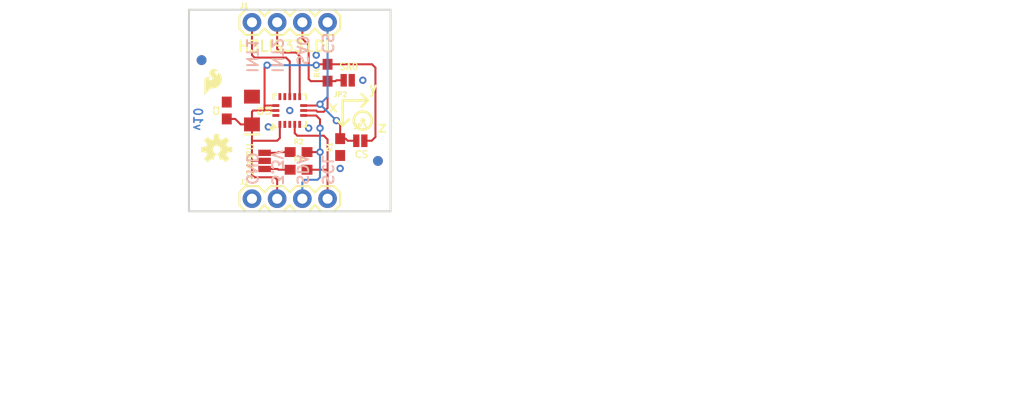
<source format=kicad_pcb>
(kicad_pcb (version 20211014) (generator pcbnew)
  (layers (0 "F.Cu" signal) (1 "In1.Cu" signal) (2 "In2.Cu" signal) (31 "B.Cu" signal) (34 "B.Paste" user) (35 "F.Paste" user) (36 "B.SilkS" user "B.Silkscreen") (37 "F.SilkS" user "F.Silkscreen") (38 "B.Mask" user) (39 "F.Mask" user) (44 "Edge.Cuts" user))
  (net 0 "")
  (net 1 "CS")
  (net 2 "INT1")
  (net 3 "INT2")
  (net 4 "SDA")
  (net 5 "SCL")
  (net 6 "GND")
  (net 7 "SA0")
  (net 8 "3.3V")
  (net 9 "N$1")
  (net 10 "N$2")
  (footprint "SparkFun_Tri_Axis_Accel_Breakout-H3LIS331DL:1X04" (layer "F.Cu") (at 144.6911 113.8936)
    (fp_text reference "J2" (at -1.27 -1.397) (layer "F.SilkS") (effects (font (size 0.48768 0.48768) (thickness 0.12192)) (justify left bottom)))
    (fp_text value "")
    (fp_line (start 0.635 -1.27) (end 1.27 -0.635) (layer "F.SilkS") (width 0.2032))
    (fp_line (start -1.27 -0.635) (end -1.27 0.635) (layer "F.SilkS") (width 0.2032))
    (fp_line (start 6.985 -1.27) (end 6.35 -0.635) (layer "F.SilkS") (width 0.2032))
    (fp_line (start 8.255 -1.27) (end 8.89 -0.635) (layer "F.SilkS") (width 0.2032))
    (fp_line (start 4.445 -1.27) (end 5.715 -1.27) (layer "F.SilkS") (width 0.2032))
    (fp_line (start 6.35 0.635) (end 5.715 1.27) (layer "F.SilkS") (width 0.2032))
    (fp_line (start 3.175 -1.27) (end 3.81 -0.635) (layer "F.SilkS") (width 0.2032))
    (fp_line (start -0.635 -1.27) (end -1.27 -0.635) (layer "F.SilkS") (width 0.2032))
    (fp_line (start 4.445 1.27) (end 3.81 0.635) (layer "F.SilkS") (width 0.2032))
    (fp_line (start 8.255 1.27) (end 6.985 1.27) (layer "F.SilkS") (width 0.2032))
    (fp_line (start 3.175 1.27) (end 1.905 1.27) (layer "F.SilkS") (width 0.2032))
    (fp_line (start 3.81 -0.635) (end 4.445 -1.27) (layer "F.SilkS") (width 0.2032))
    (fp_line (start 3.81 0.635) (end 3.175 1.27) (layer "F.SilkS") (width 0.2032))
    (fp_line (start -1.27 0.635) (end -0.635 1.27) (layer "F.SilkS") (width 0.2032))
    (fp_line (start 5.715 -1.27) (end 6.35 -0.635) (layer "F.SilkS") (width 0.2032))
    (fp_line (start 6.35 0.635) (end 6.985 1.27) (layer "F.SilkS") (width 0.2032))
    (fp_line (start 5.715 1.27) (end 4.445 1.27) (layer "F.SilkS") (width 0.2032))
    (fp_line (start 8.89 -0.635) (end 8.89 0.635) (layer "F.SilkS") (width 0.2032))
    (fp_line (start 0.635 1.27) (end -0.635 1.27) (layer "F.SilkS") (width 0.2032))
    (fp_line (start 1.27 -0.635) (end 1.905 -1.27) (layer "F.SilkS") (width 0.2032))
    (fp_line (start 1.27 0.635) (end 0.635 1.27) (layer "F.SilkS") (width 0.2032))
    (fp_line (start -0.635 -1.27) (end 0.635 -1.27) (layer "F.SilkS") (width 0.2032))
    (fp_line (start 1.905 -1.27) (end 3.175 -1.27) (layer "F.SilkS") (width 0.2032))
    (fp_line (start 6.985 -1.27) (end 8.255 -1.27) (layer "F.SilkS") (width 0.2032))
    (fp_line (start 8.89 0.635) (end 8.255 1.27) (layer "F.SilkS") (width 0.2032))
    (fp_line (start 1.905 1.27) (end 1.27 0.635) (layer "F.SilkS") (width 0.2032))
    (pad "1" thru_hole circle (at 0 0 90) (size 1.8796 1.8796) (drill 1.016) (layers *.Cu *.Mask) (net 6 "GND"))
    (pad "2" thru_hole circle (at 2.54 0 90) (size 1.8796 1.8796) (drill 1.016) (layers *.Cu *.Mask) (net 8 "3.3V"))
    (pad "3" thru_hole circle (at 5.08 0 90) (size 1.8796 1.8796) (drill 1.016) (layers *.Cu *.Mask) (net 4 "SDA"))
    (pad "4" thru_hole circle (at 7.62 0 90) (size 1.8796 1.8796) (drill 1.016) (layers *.Cu *.Mask) (net 5 "SCL"))
  )
  (footprint "SparkFun_Tri_Axis_Accel_Breakout-H3LIS331DL:SMT-JUMPER_2_NC_PASTE_NO-SILK" (layer "F.Cu") (at 155.6131 108.0516)
    (fp_text reference "JP3" (at 0 -1.143) (layer "F.SilkS") (effects (font (size 0.48768 0.48768) (thickness 0.12192)) (justify bottom)))
    (fp_text value "JUMPER-SMT_2_NC_PASTE_NO-SILK")
    (pad "1" smd rect (at -0.4064 0) (size 0.635 1.27) (layers "F.Cu" "F.Mask") (net 1 "CS"))
    (pad "2" smd rect (at 0.4064 0) (size 0.635 1.27) (layers "F.Cu" "F.Mask") (net 8 "3.3V"))
  )
  (footprint "SparkFun_Tri_Axis_Accel_Breakout-H3LIS331DL:0603" (layer "F.Cu") (at 152.3111 101.1936 90)
    (fp_text reference "R4" (at 0 -0.762 90) (layer "F.SilkS") (effects (font (size 0.48768 0.48768) (thickness 0.12192)) (justify bottom)))
    (fp_text value "10k")
    (pad "1" smd rect (at -0.85 0 90) (size 1.1 1) (layers "F.Cu" "F.Paste" "F.Mask") (net 7 "SA0"))
    (pad "2" smd rect (at 0.85 0 90) (size 1.1 1) (layers "F.Cu" "F.Paste" "F.Mask") (net 8 "3.3V"))
  )
  (footprint "SparkFun_Tri_Axis_Accel_Breakout-H3LIS331DL:FIDUCIAL-1X2" (layer "F.Cu") (at 157.3911 110.0836)
    (fp_text reference "JP6" hide)
    (fp_text value "FIDUCIAL1X2" hide)
    (pad "1" smd roundrect (at 0 0) (size 1 1) (layers "F.Cu" "F.Mask") (roundrect_rratio 0.5))
  )
  (footprint "SparkFun_Tri_Axis_Accel_Breakout-H3LIS331DL:SMT-JUMPER_3_2-NC_PASTE_NO-SILK" (layer "F.Cu") (at 145.9611 110.0836 90)
    (fp_text reference "JP1" (at 0 -1.143 90) (layer "F.SilkS") (effects (font (size 0.48768 0.48768) (thickness 0.12192)) (justify bottom)))
    (fp_text value "JUMPER-SMT_3_2-NC_PASTE_NO-SILK")
    (pad "1" smd rect (at -0.8128 0 90) (size 0.635 1.27) (layers "F.Cu" "F.Mask") (net 9 "N$1"))
    (pad "2" smd rect (at 0 0 90) (size 0.635 1.27) (layers "F.Cu" "F.Mask") (net 8 "3.3V"))
    (pad "3" smd rect (at 0.8128 0 90) (size 0.635 1.27) (layers "F.Cu" "F.Mask") (net 10 "N$2"))
  )
  (footprint "SparkFun_Tri_Axis_Accel_Breakout-H3LIS331DL:LGA-16-3X3" (layer "F.Cu") (at 148.5011 105.0036 90)
    (fp_text reference "U1" (at 0 -1.905 90) (layer "F.SilkS") (effects (font (size 0.48768 0.48768) (thickness 0.12192)) (justify bottom)))
    (fp_text value "H3LIS331DL")
    (fp_line (start 1.6242 1.3722) (end 1.6242 1.6524) (layer "F.SilkS") (width 0.2032))
    (fp_line (start 1.1162 1.6524) (end 1.6242 1.6524) (layer "F.SilkS") (width 0.2032))
    (fp_line (start 1.1162 -1.6496) (end 1.6242 -1.6496) (layer "F.SilkS") (width 0.2032))
    (fp_line (start 1.6242 -1.6496) (end 1.6242 -1.3694) (layer "F.SilkS") (width 0.2032))
    (fp_line (start -1.627 1.6524) (end -1.119 1.6524) (layer "F.SilkS") (width 0.2032))
    (fp_line (start -1.627 1.3722) (end -1.627 1.6524) (layer "F.SilkS") (width 0.2032))
    (fp_line (start -1.7278 -1.3694) (end -1.3722 -1.725) (layer "F.SilkS") (width 0.2032))
    (fp_circle (center -1.778 -1.778) (end -1.651 -1.778) (layer "F.SilkS") (width 0.254) (fill solid))
    (pad "1" smd rect (at -1.4 -1 270) (size 0.7 0.28) (layers "F.Cu" "F.Paste" "F.Mask") (net 8 "3.3V"))
    (pad "2" smd rect (at -1.4 -0.5 90) (size 0.7 0.28) (layers "F.Cu" "F.Paste" "F.Mask"))
    (pad "3" smd rect (at -1.4 0 90) (size 0.7 0.28) (layers "F.Cu" "F.Paste" "F.Mask"))
    (pad "4" smd rect (at -1.4 0.5 90) (size 0.7 0.28) (layers "F.Cu" "F.Paste" "F.Mask") (net 5 "SCL"))
    (pad "5" smd rect (at -1.4 1 270) (size 0.7 0.28) (layers "F.Cu" "F.Paste" "F.Mask") (net 6 "GND"))
    (pad "6" smd rect (at -0.5 1.4 180) (size 0.7 0.28) (layers "F.Cu" "F.Paste" "F.Mask") (net 4 "SDA"))
    (pad "7" smd rect (at 0 1.4 180) (size 0.7 0.28) (layers "F.Cu" "F.Paste" "F.Mask") (net 7 "SA0"))
    (pad "8" smd rect (at 0.5 1.4 180) (size 0.7 0.28) (layers "F.Cu" "F.Paste" "F.Mask") (net 1 "CS"))
    (pad "9" smd rect (at 1.4 1 270) (size 0.7 0.28) (layers "F.Cu" "F.Paste" "F.Mask") (net 3 "INT2"))
    (pad "10" smd rect (at 1.4 0.5 270) (size 0.7 0.28) (layers "F.Cu" "F.Paste" "F.Mask") (net 6 "GND"))
    (pad "11" smd rect (at 1.4 0 270) (size 0.7 0.28) (layers "F.Cu" "F.Paste" "F.Mask") (net 2 "INT1"))
    (pad "12" smd rect (at 1.4 -0.5 270) (size 0.7 0.28) (layers "F.Cu" "F.Paste" "F.Mask") (net 6 "GND"))
    (pad "13" smd rect (at 1.4 -1 270) (size 0.7 0.28) (layers "F.Cu" "F.Paste" "F.Mask") (net 6 "GND"))
    (pad "14" smd rect (at 0.5 -1.4) (size 0.7 0.28) (layers "F.Cu" "F.Paste" "F.Mask") (net 8 "3.3V"))
    (pad "15" smd rect (at 0 -1.4) (size 0.7 0.28) (layers "F.Cu" "F.Paste" "F.Mask") (net 8 "3.3V"))
    (pad "16" smd rect (at -0.5 -1.4) (size 0.7 0.28) (layers "F.Cu" "F.Paste" "F.Mask") (net 6 "GND"))
  )
  (footprint "SparkFun_Tri_Axis_Accel_Breakout-H3LIS331DL:STAND-OFF" (layer "F.Cu") (at 156.1211 97.3836)
    (fp_text reference "JP10" hide)
    (fp_text value "STAND-OFF" hide)
    (pad "" np_thru_hole circle (at 0 0) (size 3.302 3.302) (drill 3.302) (layers *.Cu *.Mask))
  )
  (footprint "SparkFun_Tri_Axis_Accel_Breakout-H3LIS331DL:1X04" (layer "F.Cu") (at 144.6911 96.1136)
    (fp_text reference "J1" (at -1.27 -1.397) (layer "F.SilkS") (effects (font (size 0.48768 0.48768) (thickness 0.12192)) (justify left bottom)))
    (fp_text value "")
    (fp_line (start 4.445 1.27) (end 3.81 0.635) (layer "F.SilkS") (width 0.2032))
    (fp_line (start 8.255 1.27) (end 6.985 1.27) (layer "F.SilkS") (width 0.2032))
    (fp_line (start 3.81 -0.635) (end 4.445 -1.27) (layer "F.SilkS") (width 0.2032))
    (fp_line (start 4.445 -1.27) (end 5.715 -1.27) (layer "F.SilkS") (width 0.2032))
    (fp_line (start 5.715 1.27) (end 4.445 1.27) (layer "F.SilkS") (width 0.2032))
    (fp_line (start 8.89 -0.635) (end 8.89 0.635) (layer "F.SilkS") (width 0.2032))
    (fp_line (start -1.27 0.635) (end -0.635 1.27) (layer "F.SilkS") (width 0.2032))
    (fp_line (start 6.35 0.635) (end 6.985 1.27) (layer "F.SilkS") (width 0.2032))
    (fp_line (start 1.27 -0.635) (end 1.905 -1.27) (layer "F.SilkS") (width 0.2032))
    (fp_line (start 0.635 1.27) (end -0.635 1.27) (layer "F.SilkS") (width 0.2032))
    (fp_line (start -0.635 -1.27) (end -1.27 -0.635) (layer "F.SilkS") (width 0.2032))
    (fp_line (start 8.255 -1.27) (end 8.89 -0.635) (layer "F.SilkS") (width 0.2032))
    (fp_line (start 3.81 0.635) (end 3.175 1.27) (layer "F.SilkS") (width 0.2032))
    (fp_line (start 8.89 0.635) (end 8.255 1.27) (layer "F.SilkS") (width 0.2032))
    (fp_line (start 6.35 0.635) (end 5.715 1.27) (layer "F.SilkS") (width 0.2032))
    (fp_line (start 6.985 -1.27) (end 6.35 -0.635) (layer "F.SilkS") (width 0.2032))
    (fp_line (start 1.905 1.27) (end 1.27 0.635) (layer "F.SilkS") (width 0.2032))
    (fp_line (start 3.175 1.27) (end 1.905 1.27) (layer "F.SilkS") (width 0.2032))
    (fp_line (start 1.905 -1.27) (end 3.175 -1.27) (layer "F.SilkS") (width 0.2032))
    (fp_line (start 3.175 -1.27) (end 3.81 -0.635) (layer "F.SilkS") (width 0.2032))
    (fp_line (start 1.27 0.635) (end 0.635 1.27) (layer "F.SilkS") (width 0.2032))
    (fp_line (start -0.635 -1.27) (end 0.635 -1.27) (layer "F.SilkS") (width 0.2032))
    (fp_line (start 0.635 -1.27) (end 1.27 -0.635) (layer "F.SilkS") (width 0.2032))
    (fp_line (start -1.27 -0.635) (end -1.27 0.635) (layer "F.SilkS") (width 0.2032))
    (fp_line (start 5.715 -1.27) (end 6.35 -0.635) (layer "F.SilkS") (width 0.2032))
    (fp_line (start 6.985 -1.27) (end 8.255 -1.27) (layer "F.SilkS") (width 0.2032))
    (pad "1" thru_hole circle (at 0 0 90) (size 1.8796 1.8796) (drill 1.016) (layers *.Cu *.Mask) (net 2 "INT1"))
    (pad "2" thru_hole circle (at 2.54 0 90) (size 1.8796 1.8796) (drill 1.016) (layers *.Cu *.Mask) (net 3 "INT2"))
    (pad "3" thru_hole circle (at 5.08 0 90) (size 1.8796 1.8796) (drill 1.016) (layers *.Cu *.Mask) (net 7 "SA0"))
    (pad "4" thru_hole circle (at 7.62 0 90) (size 1.8796 1.8796) (drill 1.016) (layers *.Cu *.Mask) (net 1 "CS"))
  )
  (footprint "SparkFun_Tri_Axis_Accel_Breakout-H3LIS331DL:SMT-JUMPER_2_NO_NO-SILK" (layer "F.Cu") (at 154.3431 101.9556 180)
    (fp_text reference "JP2" (at 0 -1.143 180) (layer "F.SilkS") (effects (font (size 0.48768 0.48768) (thickness 0.12192)) (justify right top)))
    (fp_text value "JUMPER-SMT_2_NO_NO-SILK")
    (pad "1" smd rect (at -0.4064 0 180) (size 0.635 1.27) (layers "F.Cu" "F.Mask") (net 6 "GND"))
    (pad "2" smd rect (at 0.4064 0 180) (size 0.635 1.27) (layers "F.Cu" "F.Mask") (net 7 "SA0"))
  )
  (footprint "SparkFun_Tri_Axis_Accel_Breakout-H3LIS331DL:0603" (layer "F.Cu") (at 142.1511 105.0036 90)
    (fp_text reference "C2" (at 0 -0.762 90) (layer "F.SilkS") (effects (font (size 0.48768 0.48768) (thickness 0.12192)) (justify bottom)))
    (fp_text value "0.1uF")
    (pad "1" smd rect (at -0.85 0 90) (size 1.1 1) (layers "F.Cu" "F.Paste" "F.Mask") (net 8 "3.3V"))
    (pad "2" smd rect (at 0.85 0 90) (size 1.1 1) (layers "F.Cu" "F.Paste" "F.Mask") (net 6 "GND"))
  )
  (footprint "SparkFun_Tri_Axis_Accel_Breakout-H3LIS331DL:STAND-OFF" (layer "F.Cu") (at 140.8811 112.6236)
    (fp_text reference "JP9" hide)
    (fp_text value "STAND-OFF" hide)
    (pad "" np_thru_hole circle (at 0 0) (size 3.302 3.302) (drill 3.302) (layers *.Cu *.Mask))
  )
  (footprint "SparkFun_Tri_Axis_Accel_Breakout-H3LIS331DL:EIA3216" (layer "F.Cu") (at 144.6911 105.0036 -90)
    (fp_text reference "C1" (at 0 -1.143 -90) (layer "F.SilkS") (effects (font (size 0.48768 0.48768) (thickness 0.12192)) (justify bottom)))
    (fp_text value "10uF")
    (fp_line (start 2.413 -0.762) (end 2.413 0.762) (layer "F.SilkS") (width 0.2032))
    (pad "+" smd rect (at 1.4 0) (size 1.6 1.4) (layers "F.Cu" "F.Paste" "F.Mask") (net 8 "3.3V"))
    (pad "-" smd rect (at -1.4 0) (size 1.6 1.4) (layers "F.Cu" "F.Paste" "F.Mask") (net 6 "GND"))
  )
  (footprint "SparkFun_Tri_Axis_Accel_Breakout-H3LIS331DL:0603" (layer "F.Cu") (at 153.5811 108.6866 90)
    (fp_text reference "R1" (at 0 -0.762 90) (layer "F.SilkS") (effects (font (size 0.48768 0.48768) (thickness 0.12192)) (justify bottom)))
    (fp_text value "10k")
    (pad "1" smd rect (at -0.85 0 90) (size 1.1 1) (layers "F.Cu" "F.Paste" "F.Mask") (net 6 "GND"))
    (pad "2" smd rect (at 0.85 0 90) (size 1.1 1) (layers "F.Cu" "F.Paste" "F.Mask") (net 1 "CS"))
  )
  (footprint "SparkFun_Tri_Axis_Accel_Breakout-H3LIS331DL:FIDUCIAL-1X2" (layer "F.Cu") (at 139.6111 99.9236)
    (fp_text reference "JP4" hide)
    (fp_text value "FIDUCIAL1X2" hide)
    (pad "1" smd roundrect (at 0 0) (size 1 1) (layers "F.Cu" "F.Mask") (roundrect_rratio 0.5))
  )
  (footprint "SparkFun_Tri_Axis_Accel_Breakout-H3LIS331DL:OSHW-LOGO-S" (layer "F.Cu") (at 141.1351 108.9406)
    (fp_text reference "LOGO2" hide)
    (fp_text value "OSHW-LOGOS" hide)
    (fp_poly (pts (xy 0.301647 -1.061351) (xy 0.42347 -1.022344) (xy 0.537177 -0.963769) (xy 0.92862 -1.282946) (xy 1.282946 -0.92862) (xy 0.961035 -0.533823) (xy 1.057046 -0.302084) (xy 1.5638 -0.250561) (xy 1.5638 0.250561) (xy 1.057046 0.302084) (xy 0.961035 0.533823) (xy 1.282946 0.92862) (xy 0.92862 1.282946) (xy 0.537177 0.96377) (xy 0.356601 1.056794) (xy 0.088679 0.410073) (xy 0.326262 0.2176) (xy 0.373649 0.121468) (xy 0.392729 0.010339) (xy 0.379464 -0.101634) (xy 0.334947 -0.205229) (xy 0.262842 -0.291918) (xy 0.169087 -0.354561) (xy 0.061406 -0.387999) (xy -0.051342 -0.38948) (xy -0.159868 -0.358881) (xy -0.255234 -0.298724) (xy -0.329589 -0.213962) (xy -0.376813 -0.111569) (xy -0.392176 -0.005767) (xy -0.322923 0.222565) (xy -0.249312 0.303773) (xy 0.091677 0.5081) (xy -0.12929 0.5081) (xy -0.355332 1.053732) (xy -0.506597 0.983577) (xy -0.538922 0.965192) (xy -0.92862 1.282946) (xy -1.282946 0.92862) (xy -0.961035 0.533823) (xy -1.057046 0.302084) (xy -1.5638 0.250561) (xy -1.5638 -0.250561) (xy -1.057046 -0.302084) (xy -0.961035 -0.533823) (xy -1.282946 -0.92862) (xy -0.92862 -1.282946) (xy -0.533823 -0.961035) (xy -0.302084 -1.057046) (xy -0.250561 -1.5638) (xy 0.250561 -1.5638)) (layer "F.SilkS") (width 0) (fill solid))
  )
  (footprint "SparkFun_Tri_Axis_Accel_Breakout-H3LIS331DL:0603" (layer "F.Cu") (at 149.3901 110.9726)
    (fp_text reference "R3" (at 0 -0.762) (layer "F.SilkS") (effects (font (size 0.48768 0.48768) (thickness 0.12192)) (justify bottom)))
    (fp_text value "4.7k")
    (pad "1" smd rect (at -0.85 0) (size 1.1 1) (layers "F.Cu" "F.Paste" "F.Mask") (net 9 "N$1"))
    (pad "2" smd rect (at 0.85 0) (size 1.1 1) (layers "F.Cu" "F.Paste" "F.Mask") (net 5 "SCL"))
  )
  (footprint "SparkFun_Tri_Axis_Accel_Breakout-H3LIS331DL:CREATIVE_COMMONS" (layer "F.Cu") (at 139.6111 134.2136)
    (fp_text reference "FRAME1" hide)
    (fp_text value "FRAME-LETTER" hide)
  )
  (footprint "SparkFun_Tri_Axis_Accel_Breakout-H3LIS331DL:STAND-OFF" (layer "F.Cu") (at 156.1211 112.6236)
    (fp_text reference "JP8" hide)
    (fp_text value "STAND-OFF" hide)
    (pad "" np_thru_hole circle (at 0 0) (size 3.302 3.302) (drill 3.302) (layers *.Cu *.Mask))
  )
  (footprint "SparkFun_Tri_Axis_Accel_Breakout-H3LIS331DL:STAND-OFF" (layer "F.Cu") (at 140.8811 97.3836)
    (fp_text reference "JP11" hide)
    (fp_text value "STAND-OFF" hide)
    (pad "" np_thru_hole circle (at 0 0) (size 3.302 3.302) (drill 3.302) (layers *.Cu *.Mask))
  )
  (footprint "SparkFun_Tri_Axis_Accel_Breakout-H3LIS331DL:0603" (layer "F.Cu") (at 149.3901 109.1946)
    (fp_text reference "R2" (at 0 -0.762) (layer "F.SilkS") (effects (font (size 0.48768 0.48768) (thickness 0.12192)) (justify bottom)))
    (fp_text value "4.7k")
    (pad "1" smd rect (at -0.85 0) (size 1.1 1) (layers "F.Cu" "F.Paste" "F.Mask") (net 10 "N$2"))
    (pad "2" smd rect (at 0.85 0) (size 1.1 1) (layers "F.Cu" "F.Paste" "F.Mask") (net 4 "SDA"))
  )
  (footprint "SparkFun_Tri_Axis_Accel_Breakout-H3LIS331DL:SFE_LOGO_FLAME_.1" (layer "F.Cu") (at 139.6111 103.7336)
    (fp_text reference "LOGO1" hide)
    (fp_text value "SFE_LOGO_FLAME.1_INCH" hide)
    (fp_poly (pts (xy 1.412844 -2.906175) (xy 1.560112 -2.832541) (xy 1.605026 -2.798855) (xy 1.681982 -2.7219) (xy 1.571006 -2.7219) (xy 1.551005 -2.7319) (xy 1.504689 -2.7319) (xy 1.468361 -2.722818) (xy 1.422477 -2.713641) (xy 1.39011 -2.697457) (xy 1.358081 -2.673436) (xy 1.343019 -2.650843) (xy 1.335288 -2.635381) (xy 1.3281 -2.613817) (xy 1.3281 -2.564689) (xy 1.335361 -2.535643) (xy 1.369607 -2.484275) (xy 1.425028 -2.428854) (xy 1.462016 -2.401113) (xy 1.489157 -2.383019) (xy 1.523301 -2.365947) (xy 1.594689 -2.3481) (xy 1.613817 -2.3481) (xy 1.629419 -2.353301) (xy 1.648687 -2.372569) (xy 1.654712 -2.384619) (xy 1.6619 -2.406183) (xy 1.6619 -2.558742) (xy 1.804838 -2.469406) (xy 1.890505 -2.373031) (xy 1.964662 -2.256498) (xy 2.016968 -2.099579) (xy 2.048309 -1.932428) (xy 2.037811 -1.753974) (xy 1.985628 -1.555678) (xy 1.881878 -1.368928) (xy 1.808618 -1.274737) (xy 1.726044 -1.192162) (xy 1.642524 -1.119083) (xy 1.536984 -1.055759) (xy 1.432127 -1.013816) (xy 1.318165 -0.982735) (xy 1.193153 -0.9619) (xy 1.003156 -0.9619) (xy 0.953397 -0.953607) (xy 0.863627 -0.899745) (xy 0.767974 -0.804092) (xy 0.647975 -0.664094) (xy 0.528159 -0.544277) (xy 0.478163 -0.484281) (xy 0.430255 -0.436373) (xy 0.400257 -0.386376) (xy 0.2819 -0.268018) (xy 0.2819 -1.732372) (xy 0.292559 -1.817641) (xy 0.314746 -1.895296) (xy 0.380852 -2.005474) (xy 0.436664 -2.050123) (xy 0.481171 -2.083503) (xy 0.539098 -2.106674) (xy 0.59313 -2.117481) (xy 0.656847 -2.1281) (xy 0.788994 -2.1281) (xy 0.884319 -2.080438) (xy 0.832569 -2.028687) (xy 0.784617 -2.004711) (xy 0.760581 -1.996699) (xy 0.713301 -1.949419) (xy 0.7081 -1.933817) (xy 0.7081 -1.906183) (xy 0.714532 -1.886888) (xy 0.729607 -1.864275) (xy 0.781412 -1.81247) (xy 0.820903 -1.796674) (xy 0.863772 -1.7881) (xy 0.935311 -1.7881) (xy 1.004357 -1.805361) (xy 1.053944 -1.83842) (xy 1.086004 -1.878495) (xy 1.1019 -1.926183) (xy 1.1019 -1.983091) (xy 1.077224 -2.048894) (xy 1.012268 -2.113851) (xy 0.931425 -2.204799) (xy 0.858661 -2.287958) (xy 0.804008 -2.386334) (xy 0.7819 -2.485818) (xy 0.7819 -2.576183) (xy 0.815289 -2.676349) (xy 0.871274 -2.765925) (xy 0.969046 -2.84197) (xy 1.087145 -2.906387) (xy 1.206565 -2.9281) (xy 1.314182 -2.9281)) (layer "F.SilkS") (width 0) (fill solid))
  )
  (footprint "SparkFun_Tri_Axis_Accel_Breakout-H3LIS331DL:FIDUCIAL-1X2" (layer "B.Cu") (at 157.3911 110.0836 180)
    (fp_text reference "JP7" hide)
    (fp_text value "FIDUCIAL1X2" hide)
    (pad "1" smd roundrect (at 0 0 180) (size 1 1) (layers "B.Cu" "B.Mask") (roundrect_rratio 0.5))
  )
  (footprint "SparkFun_Tri_Axis_Accel_Breakout-H3LIS331DL:FIDUCIAL-1X2" (layer "B.Cu") (at 139.6111 99.9236 180)
    (fp_text reference "JP5" hide)
    (fp_text value "FIDUCIAL1X2" hide)
    (pad "1" smd roundrect (at 0 0 180) (size 1 1) (layers "B.Cu" "B.Mask") (roundrect_rratio 0.5))
  )
  (gr_line (start 156.3751 103.9876) (end 155.7401 103.3526) (layer "F.SilkS") (width 0.254))
  (gr_line (start 158.6611 115.1636) (end 158.6611 94.8436) (layer "F.SilkS") (width 0.2032))
  (gr_circle (center 155.8671 106.0196) (end 155.9941 106.0196) (layer "F.SilkS") (width 0.254) (fill none))
  (gr_line (start 155.7401 104.6226) (end 156.3751 103.9876) (layer "F.SilkS") (width 0.254))
  (gr_line (start 153.8351 103.9876) (end 153.8351 106.5276) (layer "F.SilkS") (width 0.254))
  (gr_circle (center 155.8671 106.0196) (end 156.7829 106.0196) (layer "F.SilkS") (width 0.254) (fill none))
  (gr_line (start 153.2001 105.8926) (end 153.8351 106.5276) (layer "F.SilkS") (width 0.254))
  (gr_line (start 153.8351 103.9876) (end 156.3751 103.9876) (layer "F.SilkS") (width 0.254))
  (gr_line (start 153.8351 106.5276) (end 154.4701 105.8926) (layer "F.SilkS") (width 0.254))
  (gr_line (start 158.6611 94.8436) (end 138.3411 94.8436) (layer "Edge.Cuts") (width 0.2032))
  (gr_line (start 138.3411 94.8436) (end 138.3411 115.1636) (layer "Edge.Cuts") (width 0.2032))
  (gr_line (start 138.3411 115.1636) (end 158.6611 115.1636) (layer "Edge.Cuts") (width 0.2032))
  (gr_line (start 158.6611 94.8436) (end 158.6611 115.1636) (layer "Edge.Cuts") (width 0.2032))
  (gr_text "v10" (at 139.7381 104.6226 -90) (layer "B.Cu") (effects (font (size 0.8636 0.8636) (thickness 0.1524)) (justify right top mirror)))
  (gr_text "SA0" (at 149.1361 100.5586 -90) (layer "B.SilkS") (effects (font (size 1.0795 1.0795) (thickness 0.1905)) (justify left bottom mirror)))
  (gr_text "INT2" (at 146.5961 101.3206 -90) (layer "B.SilkS") (effects (font (size 1.0795 1.0795) (thickness 0.1905)) (justify left bottom mirror)))
  (gr_text "CS" (at 151.6761 99.4156 -90) (layer "B.SilkS") (effects (font (size 1.0795 1.0795) (thickness 0.1905)) (justify left bottom mirror)))
  (gr_text "3.3V" (at 146.5961 112.6236 -90) (layer "B.SilkS") (effects (font (size 1.0795 1.0795) (thickness 0.1905)) (justify left bottom mirror)))
  (gr_text "SCL" (at 151.6761 112.6236 -90) (layer "B.SilkS") (effects (font (size 1.0795 1.0795) (thickness 0.1905)) (justify left bottom mirror)))
  (gr_text "SDA" (at 149.1361 112.6236 -90) (layer "B.SilkS") (effects (font (size 1.0795 1.0795) (thickness 0.1905)) (justify left bottom mirror)))
  (gr_text "INT1" (at 144.0561 101.3206 -90) (layer "B.SilkS") (effects (font (size 1.0795 1.0795) (thickness 0.1905)) (justify left bottom mirror)))
  (gr_text "GND" (at 144.0561 112.6236 -90) (layer "B.SilkS") (effects (font (size 1.0795 1.0795) (thickness 0.1905)) (justify left bottom mirror)))
  (gr_text "H3LIS331DL" (at 143.1671 99.1616) (layer "F.SilkS") (effects (font (size 1.0795 1.0795) (thickness 0.1905)) (justify left bottom)))
  (gr_text "SA0" (at 155.4861 100.1776) (layer "F.SilkS") (effects (font (size 0.69088 0.69088) (thickness 0.12192)) (justify right top)))
  (gr_text "CS" (at 154.9781 109.8296) (layer "F.SilkS") (effects (font (size 0.69088 0.69088) (thickness 0.12192)) (justify left bottom)))
  (gr_text "I2C PU" (at 144.9451 111.9886 90) (layer "F.SilkS") (effects (font (size 0.69088 0.69088) (thickness 0.12192)) (justify left bottom)))
  (gr_text "x" (at 152.3111 105.2576) (layer "F.SilkS") (effects (font (size 1.0795 1.0795) (thickness 0.1905)) (justify left bottom)))
  (gr_text "y" (at 156.3751 103.3526) (layer "F.SilkS") (effects (font (size 1.0795 1.0795) (thickness 0.1905)) (justify left bottom)))
  (gr_text "z" (at 157.2641 107.2896) (layer "F.SilkS") (effects (font (size 1.0795 1.0795) (thickness 0.1905)) (justify left bottom)))
  (segment (start 153.5811 107.8366) (end 154.1281 107.8366) (width 0.2032) (layer "F.Cu") (net 1))
  (segment (start 155.2067 108.0516) (end 154.3431 108.0516) (width 0.2032) (layer "F.Cu") (net 1))
  (segment (start 149.9011 104.5036) (end 151.4141 104.5036) (width 0.2032) (layer "F.Cu") (net 1))
  (segment (start 151.4141 104.5036) (end 151.5491 104.3686) (width 0.2032) (layer "F.Cu") (net 1))
  (segment (start 154.1281 107.8366) (end 154.3431 108.0516) (width 0.2032) (layer "F.Cu") (net 1))
  (segment (start 153.5811 107.8366) (end 153.5811 106.4006) (width 0.2032) (layer "F.Cu") (net 1))
  (segment (start 153.5811 106.4006) (end 153.2001 106.0196) (width 0.2032) (layer "F.Cu") (net 1))
  (via (at 153.2001 106.0196) (size 0.7366) (drill 0.381) (layers "F.Cu" "B.Cu") (net 1))
  (via (at 151.5491 104.3686) (size 0.7366) (drill 0.381) (layers "F.Cu" "B.Cu") (net 1))
  (segment (start 153.2001 106.0196) (end 151.5491 104.3686) (width 0.2032) (layer "B.Cu") (net 1))
  (segment (start 151.5491 104.3686) (end 152.3111 103.6066) (width 0.2032) (layer "B.Cu") (net 1))
  (segment (start 152.3111 103.6066) (end 152.3111 96.1136) (width 0.2032) (layer "B.Cu") (net 1))
  (segment (start 144.6911 99.4156) (end 144.6911 96.1136) (width 0.2032) (layer "F.Cu") (net 2))
  (segment (start 148.1201 99.6696) (end 144.9451 99.6696) (width 0.2032) (layer "F.Cu") (net 2))
  (segment (start 148.5011 100.0506) (end 148.1201 99.6696) (width 0.2032) (layer "F.Cu") (net 2))
  (segment (start 148.5011 103.6036) (end 148.5011 100.0506) (width 0.2032) (layer "F.Cu") (net 2))
  (segment (start 144.9451 99.6696) (end 144.6911 99.4156) (width 0.2032) (layer "F.Cu") (net 2))
  (segment (start 147.6121 99.1616) (end 147.2311 98.7806) (width 0.2032) (layer "F.Cu") (net 3))
  (segment (start 149.1361 99.1616) (end 147.6121 99.1616) (width 0.2032) (layer "F.Cu") (net 3))
  (segment (start 149.5011 103.6036) (end 149.5011 99.5266) (width 0.2032) (layer "F.Cu") (net 3))
  (segment (start 149.5011 99.5266) (end 149.1361 99.1616) (width 0.2032) (layer "F.Cu") (net 3))
  (segment (start 147.2311 98.7806) (end 147.2311 96.1136) (width 0.2032) (layer "F.Cu") (net 3))
  (segment (start 149.9091 105.5116) (end 149.9011 105.5036) (width 0.2032) (layer "F.Cu") (net 4))
  (segment (start 151.5491 109.1946) (end 150.2401 109.1946) (width 0.2032) (layer "F.Cu") (net 4))
  (segment (start 151.1681 105.5116) (end 149.9091 105.5116) (width 0.2032) (layer "F.Cu") (net 4))
  (segment (start 151.5491 106.7816) (end 151.5491 105.8926) (width 0.2032) (layer "F.Cu") (net 4))
  (segment (start 151.5491 105.8926) (end 151.1681 105.5116) (width 0.2032) (layer "F.Cu") (net 4))
  (via (at 151.5491 106.7816) (size 0.7366) (drill 0.381) (layers "F.Cu" "B.Cu") (net 4))
  (via (at 151.5491 109.1946) (size 0.7366) (drill 0.381) (layers "F.Cu" "B.Cu") (net 4))
  (segment (start 149.7711 113.8936) (end 149.7711 112.2426) (width 0.2032) (layer "B.Cu") (net 4))
  (segment (start 151.5491 109.1946) (end 151.5491 106.7816) (width 0.2032) (layer "B.Cu") (net 4))
  (segment (start 151.2951 111.9886) (end 151.5491 111.7346) (width 0.2032) (layer "B.Cu") (net 4))
  (segment (start 150.0251 111.9886) (end 151.2951 111.9886) (width 0.2032) (layer "B.Cu") (net 4))
  (segment (start 149.7711 112.2426) (end 150.0251 111.9886) (width 0.2032) (layer "B.Cu") (net 4))
  (segment (start 151.5491 111.7346) (end 151.5491 109.1946) (width 0.2032) (layer "B.Cu") (net 4))
  (segment (start 152.3111 110.9726) (end 152.3111 107.9246) (width 0.2032) (layer "F.Cu") (net 5))
  (segment (start 149.0011 106.4036) (end 149.0011 107.2816) (width 0.2032) (layer "F.Cu") (net 5))
  (segment (start 151.9301 107.5436) (end 149.2631 107.5436) (width 0.2032) (layer "F.Cu") (net 5))
  (segment (start 150.2401 110.9726) (end 152.3111 110.9726) (width 0.2032) (layer "F.Cu") (net 5))
  (segment (start 149.2631 107.5436) (end 149.0011 107.2816) (width 0.2032) (layer "F.Cu") (net 5))
  (segment (start 152.3111 113.8936) (end 152.3111 110.9726) (width 0.2032) (layer "F.Cu") (net 5))
  (segment (start 152.3111 107.9246) (end 151.9301 107.5436) (width 0.2032) (layer "F.Cu") (net 5))
  (via (at 153.5811 110.8456) (size 0.7366) (drill 0.381) (layers "F.Cu" "B.Cu") (net 6))
  (via (at 155.8671 101.9556) (size 0.7366) (drill 0.381) (layers "F.Cu" "B.Cu") (net 6))
  (via (at 146.3421 106.6546) (size 0.7366) (drill 0.381) (layers "F.Cu" "B.Cu") (net 6))
  (via (at 148.5011 105.0036) (size 0.7366) (drill 0.381) (layers "F.Cu" "B.Cu") (net 6))
  (via (at 151.1681 99.4156) (size 0.7366) (drill 0.381) (layers "F.Cu" "B.Cu") (net 6))
  (via (at 150.4061 106.7816) (size 0.7366) (drill 0.381) (layers "F.Cu" "B.Cu") (net 6))
  (segment (start 150.4061 101.8286) (end 150.4061 98.3996) (width 0.2032) (layer "F.Cu") (net 7))
  (segment (start 151.9301 105.1306) (end 152.3111 104.7496) (width 0.2032) (layer "F.Cu") (net 7))
  (segment (start 152.3111 102.0436) (end 153.1121 102.0436) (width 0.2032) (layer "F.Cu") (net 7))
  (segment (start 153.1121 102.0436) (end 153.2001 101.9556) (width 0.2032) (layer "F.Cu") (net 7))
  (segment (start 149.7711 97.7646) (end 149.7711 96.1136) (width 0.2032) (layer "F.Cu") (net 7))
  (segment (start 152.3111 102.0436) (end 150.6211 102.0436) (width 0.2032) (layer "F.Cu") (net 7))
  (segment (start 152.3111 104.7496) (end 152.3111 102.0436) (width 0.2032) (layer "F.Cu") (net 7))
  (segment (start 153.2001 101.9556) (end 153.9367 101.9556) (width 0.2032) (layer "F.Cu") (net 7))
  (segment (start 150.6211 102.0436) (end 150.4061 101.8286) (width 0.2032) (layer "F.Cu") (net 7))
  (segment (start 150.4061 98.3996) (end 149.7711 97.7646) (width 0.2032) (layer "F.Cu") (net 7))
  (segment (start 149.9011 105.0036) (end 151.1681 105.0036) (width 0.2032) (layer "F.Cu") (net 7))
  (segment (start 151.1681 105.0036) (end 151.2951 105.1306) (width 0.2032) (layer "F.Cu") (net 7))
  (segment (start 151.2951 105.1306) (end 151.9301 105.1306) (width 0.2032) (layer "F.Cu") (net 7))
  (segment (start 143.0011 105.8536) (end 143.5511 106.4036) (width 0.2032) (layer "F.Cu") (net 8))
  (segment (start 147.5011 106.4036) (end 147.5011 107.7816) (width 0.2032) (layer "F.Cu") (net 8))
  (segment (start 147.5011 107.7816) (end 147.2311 108.0516) (width 0.2032) (layer "F.Cu") (net 8))
  (segment (start 144.8181 105.0036) (end 144.6911 105.1306) (width 0.2032) (layer "F.Cu") (net 8))
  (segment (start 144.6911 105.1306) (end 144.6911 106.4036) (width 0.2032) (layer "F.Cu") (net 8))
  (segment (start 147.1011 104.5036) (end 145.9691 104.5036) (width 0.2032) (layer "F.Cu") (net 8))
  (segment (start 142.1511 105.8536) (end 143.0011 105.8536) (width 0.2032) (layer "F.Cu") (net 8))
  (segment (start 144.6911 106.4036) (end 143.5511 106.4036) (width 0.2032) (layer "F.Cu") (net 8))
  (segment (start 152.3111 100.3436) (end 151.2561 100.3436) (width 0.2032) (layer "F.Cu") (net 8))
  (segment (start 156.7951 100.3436) (end 157.1371 100.6856) (width 0.2032) (layer "F.Cu") (net 8))
  (segment (start 145.9611 105.0036) (end 144.8181 105.0036) (width 0.2032) (layer "F.Cu") (net 8))
  (segment (start 144.6911 111.4806) (end 144.9451 111.7346) (width 0.2032) (layer "F.Cu") (net 8))
  (segment (start 157.1371 107.6706) (end 156.7561 108.0516) (width 0.2032) (layer "F.Cu") (net 8))
  (segment (start 151.2561 100.3436) (end 151.1681 100.4316) (width 0.2032) (layer "F.Cu") (net 8))
  (segment (start 144.6911 110.0836) (end 144.6911 111.4806) (width 0.2032) (layer "F.Cu") (net 8))
  (segment (start 147.2311 111.9886) (end 147.2311 113.8936) (width 0.2032) (layer "F.Cu") (net 8))
  (segment (start 145.9611 104.4956) (end 145.9611 100.6856) (width 0.2032) (layer "F.Cu") (net 8))
  (segment (start 152.3111 100.3436) (end 156.7951 100.3436) (width 0.2032) (layer "F.Cu") (net 8))
  (segment (start 144.9451 111.7346) (end 146.9771 111.7346) (width 0.2032) (layer "F.Cu") (net 8))
  (segment (start 145.9611 105.0036) (end 145.9611 104.4956) (width 0.2032) (layer "F.Cu") (net 8))
  (segment (start 145.9611 100.6856) (end 146.2151 100.4316) (width 0.2032) (layer "F.Cu") (net 8))
  (segment (start 145.9691 104.5036) (end 145.9611 104.4956) (width 0.2032) (layer "F.Cu") (net 8))
  (segment (start 145.9611 110.0836) (end 144.6911 110.0836) (width 0.2032) (layer "F.Cu") (net 8))
  (segment (start 147.1011 105.0036) (end 145.9611 105.0036) (width 0.2032) (layer "F.Cu") (net 8))
  (segment (start 144.6911 108.0516) (end 144.6911 110.0836) (width 0.2032) (layer "F.Cu") (net 8))
  (segment (start 144.6911 106.4036) (end 144.6911 108.0516) (width 0.2032) (layer "F.Cu") (net 8))
  (segment (start 147.2311 108.0516) (end 144.6911 108.0516) (width 0.2032) (layer "F.Cu") (net 8))
  (segment (start 156.7561 108.0516) (end 156.0195 108.0516) (width 0.2032) (layer "F.Cu") (net 8))
  (segment (start 157.1371 100.6856) (end 157.1371 107.6706) (width 0.2032) (layer "F.Cu") (net 8))
  (segment (start 146.9771 111.7346) (end 147.2311 111.9886) (width 0.2032) (layer "F.Cu") (net 8))
  (via (at 146.2151 100.4316) (size 0.7366) (drill 0.381) (layers "F.Cu" "B.Cu") (net 8))
  (via (at 151.1681 100.4316) (size 0.7366) (drill 0.381) (layers "F.Cu" "B.Cu") (net 8))
  (segment (start 146.2151 100.4316) (end 151.1681 100.4316) (width 0.2032) (layer "B.Cu") (net 8))
  (segment (start 147.3581 110.9726) (end 148.5401 110.9726) (width 0.2032) (layer "F.Cu") (net 9))
  (segment (start 145.9611 110.8964) (end 147.2819 110.8964) (width 0.2032) (layer "F.Cu") (net 9))
  (segment (start 147.2819 110.8964) (end 147.3581 110.9726) (width 0.2032) (layer "F.Cu") (net 9))
  (segment (start 147.2819 109.2708) (end 147.3581 109.1946) (width 0.2032) (layer "F.Cu") (net 10))
  (segment (start 145.9611 109.2708) (end 147.2819 109.2708) (width 0.2032) (layer "F.Cu") (net 10))
  (segment (start 147.3581 109.1946) (end 148.5401 109.1946) (width 0.2032) (layer "F.Cu") (net 10))
)
</source>
